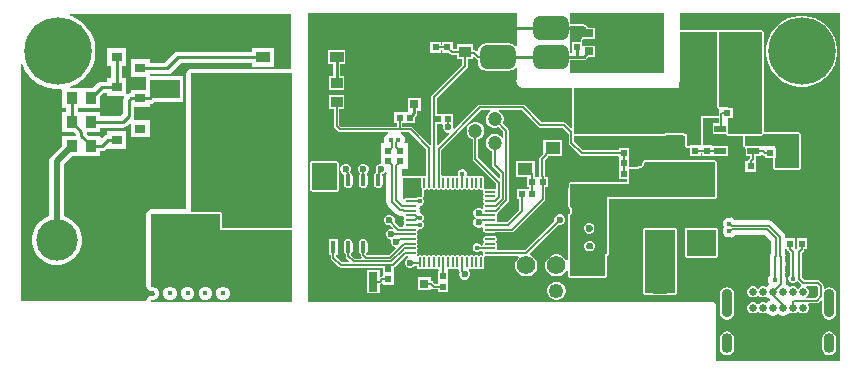
<source format=gtl>
G04*
G04 #@! TF.GenerationSoftware,Altium Limited,Altium Designer,25.8.1 (18)*
G04*
G04 Layer_Physical_Order=1*
G04 Layer_Color=255*
%FSLAX44Y44*%
%MOMM*%
G71*
G04*
G04 #@! TF.SameCoordinates,CB7AE753-39BB-4508-A2AF-D9C63A25AC19*
G04*
G04*
G04 #@! TF.FilePolarity,Positive*
G04*
G01*
G75*
%ADD10C,0.2500*%
%ADD12C,0.1500*%
%ADD13C,0.2000*%
%ADD17R,0.6153X0.5725*%
%ADD18R,1.0000X0.6000*%
%ADD19R,1.8000X5.7000*%
%ADD20R,0.5725X0.6153*%
%ADD21O,0.2000X0.9000*%
%ADD22R,0.8000X0.8000*%
%ADD23O,0.9000X0.2000*%
%ADD24R,1.3000X0.7000*%
G04:AMPARAMS|DCode=25|XSize=1.0611mm|YSize=0.418mm|CornerRadius=0.209mm|HoleSize=0mm|Usage=FLASHONLY|Rotation=90.000|XOffset=0mm|YOffset=0mm|HoleType=Round|Shape=RoundedRectangle|*
%AMROUNDEDRECTD25*
21,1,1.0611,0.0000,0,0,90.0*
21,1,0.6431,0.4180,0,0,90.0*
1,1,0.4180,0.0000,0.3215*
1,1,0.4180,0.0000,-0.3215*
1,1,0.4180,0.0000,-0.3215*
1,1,0.4180,0.0000,0.3215*
%
%ADD25ROUNDEDRECTD25*%
%ADD26R,1.5062X0.7562*%
%ADD27R,3.1000X3.1000*%
%ADD28R,1.3000X1.0500*%
G04:AMPARAMS|DCode=29|XSize=3mm|YSize=2mm|CornerRadius=0.5mm|HoleSize=0mm|Usage=FLASHONLY|Rotation=270.000|XOffset=0mm|YOffset=0mm|HoleType=Round|Shape=RoundedRectangle|*
%AMROUNDEDRECTD29*
21,1,3.0000,1.0000,0,0,270.0*
21,1,2.0000,2.0000,0,0,270.0*
1,1,1.0000,-0.5000,-1.0000*
1,1,1.0000,-0.5000,1.0000*
1,1,1.0000,0.5000,1.0000*
1,1,1.0000,0.5000,-1.0000*
%
%ADD29ROUNDEDRECTD29*%
G04:AMPARAMS|DCode=30|XSize=3mm|YSize=2mm|CornerRadius=0.5mm|HoleSize=0mm|Usage=FLASHONLY|Rotation=180.000|XOffset=0mm|YOffset=0mm|HoleType=Round|Shape=RoundedRectangle|*
%AMROUNDEDRECTD30*
21,1,3.0000,1.0000,0,0,180.0*
21,1,2.0000,2.0000,0,0,180.0*
1,1,1.0000,-1.0000,0.5000*
1,1,1.0000,1.0000,0.5000*
1,1,1.0000,1.0000,-0.5000*
1,1,1.0000,-1.0000,-0.5000*
%
%ADD30ROUNDEDRECTD30*%
%ADD31R,1.0000X0.9500*%
%ADD32R,1.1500X0.9000*%
%ADD33R,0.8000X1.7000*%
%ADD34R,0.7000X0.6500*%
%ADD35R,1.5200X1.3000*%
%ADD36C,1.2000*%
%ADD37R,0.4180X1.0611*%
%ADD38R,0.9000X0.8000*%
G04:AMPARAMS|DCode=39|XSize=0.565mm|YSize=0.2mm|CornerRadius=0.05mm|HoleSize=0mm|Usage=FLASHONLY|Rotation=270.000|XOffset=0mm|YOffset=0mm|HoleType=Round|Shape=RoundedRectangle|*
%AMROUNDEDRECTD39*
21,1,0.5650,0.1000,0,0,270.0*
21,1,0.4650,0.2000,0,0,270.0*
1,1,0.1000,-0.0500,-0.2325*
1,1,0.1000,-0.0500,0.2325*
1,1,0.1000,0.0500,0.2325*
1,1,0.1000,0.0500,-0.2325*
%
%ADD39ROUNDEDRECTD39*%
%ADD40R,0.9500X1.0000*%
%ADD41R,2.5000X1.5000*%
%ADD42R,7.0000X7.0000*%
%ADD43R,3.8100X4.2418*%
G04:AMPARAMS|DCode=50|XSize=0.565mm|YSize=0.4mm|CornerRadius=0.05mm|HoleSize=0mm|Usage=FLASHONLY|Rotation=270.000|XOffset=0mm|YOffset=0mm|HoleType=Round|Shape=RoundedRectangle|*
%AMROUNDEDRECTD50*
21,1,0.5650,0.3000,0,0,270.0*
21,1,0.4650,0.4000,0,0,270.0*
1,1,0.1000,-0.1500,-0.2325*
1,1,0.1000,-0.1500,0.2325*
1,1,0.1000,0.1500,0.2325*
1,1,0.1000,0.1500,-0.2325*
%
%ADD50ROUNDEDRECTD50*%
%ADD55R,4.3500X3.4500*%
%ADD58C,0.6500*%
%ADD59R,1.5700X1.5700*%
%ADD60C,1.5700*%
%ADD63C,1.2500*%
G04:AMPARAMS|DCode=66|XSize=0.9mm|YSize=1.7mm|CornerRadius=0.45mm|HoleSize=0mm|Usage=FLASHONLY|Rotation=0.000|XOffset=0mm|YOffset=0mm|HoleType=Round|Shape=RoundedRectangle|*
%AMROUNDEDRECTD66*
21,1,0.9000,0.8000,0,0,0.0*
21,1,0.0000,1.7000,0,0,0.0*
1,1,0.9000,0.0000,-0.4000*
1,1,0.9000,0.0000,-0.4000*
1,1,0.9000,0.0000,0.4000*
1,1,0.9000,0.0000,0.4000*
%
%ADD66ROUNDEDRECTD66*%
G04:AMPARAMS|DCode=67|XSize=0.9mm|YSize=2.4mm|CornerRadius=0.45mm|HoleSize=0mm|Usage=FLASHONLY|Rotation=0.000|XOffset=0mm|YOffset=0mm|HoleType=Round|Shape=RoundedRectangle|*
%AMROUNDEDRECTD67*
21,1,0.9000,1.5000,0,0,0.0*
21,1,0.0000,2.4000,0,0,0.0*
1,1,0.9000,0.0000,-0.7500*
1,1,0.9000,0.0000,-0.7500*
1,1,0.9000,0.0000,0.7500*
1,1,0.9000,0.0000,0.7500*
%
%ADD67ROUNDEDRECTD67*%
%ADD68C,0.4500*%
%ADD69C,0.1984*%
%ADD70C,0.5000*%
%ADD71C,3.5000*%
%ADD72C,4.7000*%
%ADD73C,5.7000*%
%ADD74C,0.6000*%
%ADD75C,0.4500*%
G36*
X130689Y236061D02*
X131198Y235721D01*
X133067Y233852D01*
X134215Y233376D01*
X138376D01*
Y227124D01*
X130000D01*
X129853Y227063D01*
X129698Y227095D01*
X129296Y226832D01*
X128852Y226648D01*
X128791Y226501D01*
X128658Y226414D01*
X128021Y225478D01*
X127923Y225008D01*
X127739Y224564D01*
Y222791D01*
X120638D01*
Y214407D01*
X119451Y213605D01*
X119056Y213771D01*
Y215000D01*
X118833Y216697D01*
X118750Y216896D01*
Y235976D01*
X119056Y236180D01*
X130090D01*
X130689Y236061D01*
D02*
G37*
G36*
X347451Y-47451D02*
X242549D01*
Y0D01*
X242355Y975D01*
X241802Y1802D01*
X240975Y2355D01*
X240000Y2549D01*
X-103444D01*
Y247451D01*
X73750D01*
Y219503D01*
X72550Y219096D01*
X72136Y219636D01*
X70778Y220678D01*
X69197Y221333D01*
X67500Y221556D01*
X47500D01*
X45803Y221333D01*
X44222Y220678D01*
X42864Y219636D01*
X41822Y218278D01*
X41167Y216697D01*
X40982Y215288D01*
X40266Y214903D01*
X39744Y214829D01*
X39201Y215372D01*
X38456Y215869D01*
X37578Y216044D01*
X36500D01*
Y220750D01*
X23500D01*
Y216794D01*
X19450D01*
X19362Y216882D01*
Y222791D01*
X10638D01*
Y220508D01*
X9362D01*
Y222791D01*
X638D01*
Y213638D01*
X9362D01*
Y215920D01*
X10638D01*
Y213638D01*
X16118D01*
X16878Y212878D01*
X16878Y212878D01*
X17622Y212381D01*
X18500Y212206D01*
X18500Y212206D01*
X23500D01*
Y208250D01*
X27706D01*
Y203450D01*
X1878Y177622D01*
X1381Y176878D01*
X1206Y176000D01*
Y136235D01*
X6Y135738D01*
X-14628Y150372D01*
X-15372Y150869D01*
X-16250Y151044D01*
X-23242D01*
Y154388D01*
X-12388D01*
Y159361D01*
X-11267Y160482D01*
X-10660Y161391D01*
X-10446Y162464D01*
Y164500D01*
X-7750D01*
Y175500D01*
X-18750D01*
Y164500D01*
X-18095D01*
X-17464Y163300D01*
X-17593Y163112D01*
X-30112D01*
Y154388D01*
X-27830D01*
Y151044D01*
X-75300D01*
X-76456Y152200D01*
Y165750D01*
X-72250D01*
Y178250D01*
X-85250D01*
Y165750D01*
X-81044D01*
Y151250D01*
X-80870Y150372D01*
X-80372Y149628D01*
X-77872Y147128D01*
X-77128Y146631D01*
X-76250Y146456D01*
X-35575D01*
X-35336Y145256D01*
X-36257Y144875D01*
X-37875Y143257D01*
X-38750Y141144D01*
Y138856D01*
X-38441Y138110D01*
X-39108Y137112D01*
X-41362D01*
Y123959D01*
Y119500D01*
X-42145D01*
X-43799Y118815D01*
X-45065Y117549D01*
X-45750Y115895D01*
Y114105D01*
X-45129Y112607D01*
X-45231Y112099D01*
X-46038Y111559D01*
X-46832Y110371D01*
X-47110Y108971D01*
Y102540D01*
X-46832Y101139D01*
X-46038Y99952D01*
X-44851Y99158D01*
X-43450Y98880D01*
X-42049Y99158D01*
X-40862Y99952D01*
X-40068Y101139D01*
X-39790Y102540D01*
Y108971D01*
X-40068Y110371D01*
X-39983Y110654D01*
X-38701Y111185D01*
X-37477Y112409D01*
X-37385Y112409D01*
X-36360Y111872D01*
X-36583Y110753D01*
Y87303D01*
X-36234Y85550D01*
X-35241Y84064D01*
X-28312Y77135D01*
X-26827Y76142D01*
X-25074Y75794D01*
X-23163D01*
X-23129Y75771D01*
X-22217Y75590D01*
X-22105Y75025D01*
X-22036Y74922D01*
X-21638Y74000D01*
X-22036Y73078D01*
X-22105Y72975D01*
X-22299Y72000D01*
X-22105Y71024D01*
X-21552Y70198D01*
Y69802D01*
X-22105Y68975D01*
X-22299Y68000D01*
X-22198Y67494D01*
X-22950Y66294D01*
X-25550D01*
X-29929Y70673D01*
X-29750Y71105D01*
Y72895D01*
X-30435Y74549D01*
X-31701Y75815D01*
X-33355Y76500D01*
X-35145D01*
X-36799Y75815D01*
X-38065Y74549D01*
X-38750Y72895D01*
Y71105D01*
X-38065Y69451D01*
X-36799Y68185D01*
X-35145Y67500D01*
X-33355D01*
X-33277Y67532D01*
X-31353Y65609D01*
X-31377Y65505D01*
X-31941Y64500D01*
X-33395D01*
X-35049Y63815D01*
X-36315Y62549D01*
X-37000Y60895D01*
Y59105D01*
X-36315Y57451D01*
X-35049Y56185D01*
X-33731Y55639D01*
X-32840Y54655D01*
Y52864D01*
X-32155Y51211D01*
X-30889Y49945D01*
X-29374Y49317D01*
X-28843Y48151D01*
X-34700Y42294D01*
X-52765D01*
X-53589Y43167D01*
X-53562Y43441D01*
X-52768Y44629D01*
X-52490Y46029D01*
Y52460D01*
X-52768Y53861D01*
X-53562Y55048D01*
X-54749Y55842D01*
X-56150Y56120D01*
X-57551Y55842D01*
X-58738Y55048D01*
X-59532Y53861D01*
X-59810Y52460D01*
Y46029D01*
X-59532Y44629D01*
X-58738Y43441D01*
X-58444Y43245D01*
Y42400D01*
X-58269Y41522D01*
X-57772Y40778D01*
X-57397Y40403D01*
X-57856Y39294D01*
X-63550D01*
X-66401Y42145D01*
X-66320Y43402D01*
X-66262Y43441D01*
X-65468Y44629D01*
X-65190Y46029D01*
Y52460D01*
X-65468Y53861D01*
X-66262Y55048D01*
X-67449Y55842D01*
X-68850Y56120D01*
X-70251Y55842D01*
X-71438Y55048D01*
X-72232Y53861D01*
X-72510Y52460D01*
Y46029D01*
X-72232Y44629D01*
X-71438Y43441D01*
X-71144Y43245D01*
Y41350D01*
X-70969Y40472D01*
X-70472Y39728D01*
X-68147Y37403D01*
X-68606Y36294D01*
X-74300D01*
X-79245Y41239D01*
X-79230Y42439D01*
X-77960D01*
Y56050D01*
X-85140D01*
Y42439D01*
X-83844D01*
Y40300D01*
X-83669Y39422D01*
X-83172Y38678D01*
X-76872Y32378D01*
X-76128Y31881D01*
X-75250Y31706D01*
X-39362D01*
Y24258D01*
X-40536D01*
X-41300Y24106D01*
X-41497Y24139D01*
X-42500Y24801D01*
Y30000D01*
X-53500D01*
Y10000D01*
X-42500D01*
Y17706D01*
X-41622Y17881D01*
X-40878Y18378D01*
X-40562Y18693D01*
X-39362Y18196D01*
Y17388D01*
X-30638D01*
Y25959D01*
Y31778D01*
X-30122Y31881D01*
X-29378Y32378D01*
X-20213Y41543D01*
X-19750Y41451D01*
X-18235D01*
X-17996Y40251D01*
X-19049Y39815D01*
X-20315Y38549D01*
X-21000Y36895D01*
Y35105D01*
X-20315Y33451D01*
X-19049Y32185D01*
X-17395Y31500D01*
X-15605D01*
X-13951Y32185D01*
X-12685Y33451D01*
X-12685Y33451D01*
X-11049D01*
Y32750D01*
X-10855Y31775D01*
X-10302Y30948D01*
X-9475Y30395D01*
X-8500Y30201D01*
X-7524Y30395D01*
X-7422Y30464D01*
X-6500Y30862D01*
X-5578Y30464D01*
X-5475Y30395D01*
X-4500Y30201D01*
X-3525Y30395D01*
X-3422Y30464D01*
X-2500Y30862D01*
X-1578Y30464D01*
X-1475Y30395D01*
X-500Y30201D01*
X476Y30395D01*
X578Y30464D01*
X1500Y30862D01*
X2422Y30464D01*
X2525Y30395D01*
X3500Y30201D01*
X4475Y30395D01*
X4578Y30464D01*
X5500Y30862D01*
X6422Y30464D01*
X6525Y30395D01*
X7196Y30261D01*
X7917Y29448D01*
X8111Y29099D01*
X8043Y28862D01*
X6888D01*
Y18008D01*
X4736D01*
X3122Y19622D01*
X2378Y20119D01*
X1500Y20294D01*
X1000D01*
Y23500D01*
X-10000D01*
Y12500D01*
X1000D01*
Y13688D01*
X1674Y13967D01*
X2200Y14068D01*
X2908Y13595D01*
X3786Y13420D01*
X3786Y13420D01*
X6888D01*
Y11138D01*
X15612D01*
Y19709D01*
Y28862D01*
X14957D01*
X14889Y29099D01*
X15083Y29448D01*
X15804Y30261D01*
X16475Y30395D01*
X16578Y30464D01*
X17500Y30862D01*
X18422Y30464D01*
X18525Y30395D01*
X19500Y30201D01*
X20475Y30395D01*
X20578Y30464D01*
X21500Y30862D01*
X22422Y30464D01*
X22525Y30395D01*
X23500Y30201D01*
X23751Y30251D01*
X24951Y29379D01*
Y29082D01*
X25145Y28107D01*
X25365Y27777D01*
X25000Y26895D01*
Y25105D01*
X25685Y23451D01*
X26951Y22185D01*
X28605Y21500D01*
X30395D01*
X32049Y22185D01*
X33315Y23451D01*
X34000Y25105D01*
Y26895D01*
X33315Y28549D01*
X32918Y28946D01*
X33104Y30222D01*
X33981Y30654D01*
X34422Y30464D01*
X34525Y30395D01*
X35500Y30201D01*
X36476Y30395D01*
X36578Y30464D01*
X37500Y30862D01*
X38422Y30464D01*
X38525Y30395D01*
X39500Y30201D01*
X40476Y30395D01*
X40578Y30464D01*
X41500Y30862D01*
X42422Y30464D01*
X42525Y30395D01*
X43500Y30201D01*
X44475Y30395D01*
X45302Y30948D01*
X45855Y31775D01*
X46049Y32750D01*
Y39750D01*
X45855Y40725D01*
X45745Y40890D01*
X46610Y41755D01*
X46775Y41645D01*
X47750Y41451D01*
X54750D01*
X55725Y41645D01*
X55817Y41706D01*
X74986D01*
X75483Y40506D01*
X74418Y39441D01*
X73187Y37309D01*
X72550Y34931D01*
Y32469D01*
X73187Y30091D01*
X74418Y27959D01*
X76159Y26218D01*
X78291Y24987D01*
X80669Y24350D01*
X83131D01*
X85509Y24987D01*
X87641Y26218D01*
X89382Y27959D01*
X90613Y30091D01*
X91250Y32469D01*
Y34931D01*
X90613Y37309D01*
X89382Y39441D01*
X87641Y41182D01*
X85509Y42413D01*
X84813Y42599D01*
X84503Y43758D01*
X108850Y68106D01*
X109105Y68000D01*
X110895D01*
X112549Y68685D01*
X113815Y69951D01*
X114500Y71605D01*
Y73395D01*
X113815Y75049D01*
X112549Y76315D01*
X110895Y77000D01*
X109105D01*
X107451Y76315D01*
X106185Y75049D01*
X105500Y73395D01*
Y71605D01*
X105606Y71350D01*
X80550Y46294D01*
X57950D01*
X57198Y47494D01*
X57299Y48000D01*
X57105Y48975D01*
X57036Y49078D01*
X56638Y50000D01*
X57036Y50922D01*
X57105Y51025D01*
X57299Y52000D01*
X57105Y52975D01*
X56552Y53802D01*
Y54198D01*
X57105Y55025D01*
X57299Y56000D01*
X57105Y56975D01*
X56552Y57802D01*
X55725Y58355D01*
X54750Y58549D01*
X47750D01*
X46775Y58355D01*
X45948Y57802D01*
X45395Y56975D01*
X45201Y56000D01*
X45395Y55025D01*
X45948Y54198D01*
Y53802D01*
X45395Y52975D01*
X45201Y52000D01*
X45302Y51494D01*
X44550Y50294D01*
X43419D01*
X43179Y50874D01*
X42124Y51929D01*
X40746Y52500D01*
X39254D01*
X37876Y51929D01*
X36821Y50874D01*
X36250Y49496D01*
Y48004D01*
X36821Y46626D01*
X37876Y45571D01*
X39254Y45000D01*
X40746D01*
X42124Y45571D01*
X42259Y45706D01*
X44550D01*
X45302Y44506D01*
X45201Y44000D01*
X45395Y43025D01*
X45505Y42860D01*
X44640Y41995D01*
X44475Y42105D01*
X43500Y42299D01*
X42525Y42105D01*
X42422Y42036D01*
X41500Y41638D01*
X40578Y42036D01*
X40476Y42105D01*
X39500Y42299D01*
X38525Y42105D01*
X38422Y42036D01*
X37500Y41638D01*
X36578Y42036D01*
X36476Y42105D01*
X35500Y42299D01*
X34525Y42105D01*
X34422Y42036D01*
X33500Y41638D01*
X32578Y42036D01*
X32475Y42105D01*
X31500Y42299D01*
X30525Y42105D01*
X30422Y42036D01*
X29500Y41638D01*
X28578Y42036D01*
X28475Y42105D01*
X27500Y42299D01*
X26525Y42105D01*
X26422Y42036D01*
X25500Y41638D01*
X24578Y42036D01*
X24476Y42105D01*
X23500Y42299D01*
X22525Y42105D01*
X22422Y42036D01*
X21500Y41638D01*
X20578Y42036D01*
X20475Y42105D01*
X19500Y42299D01*
X18525Y42105D01*
X18422Y42036D01*
X17500Y41638D01*
X16578Y42036D01*
X16475Y42105D01*
X15500Y42299D01*
X14525Y42105D01*
X14422Y42036D01*
X13500Y41638D01*
X12578Y42036D01*
X12476Y42105D01*
X11500Y42299D01*
X10525Y42105D01*
X10422Y42036D01*
X9500Y41638D01*
X8578Y42036D01*
X8475Y42105D01*
X7500Y42299D01*
X6525Y42105D01*
X6422Y42036D01*
X5500Y41638D01*
X4578Y42036D01*
X4475Y42105D01*
X3500Y42299D01*
X2525Y42105D01*
X2422Y42036D01*
X1500Y41638D01*
X578Y42036D01*
X476Y42105D01*
X-500Y42299D01*
X-1475Y42105D01*
X-1578Y42036D01*
X-2500Y41638D01*
X-3422Y42036D01*
X-3525Y42105D01*
X-4500Y42299D01*
X-5475Y42105D01*
X-5578Y42036D01*
X-6500Y41638D01*
X-7422Y42036D01*
X-7524Y42105D01*
X-8500Y42299D01*
X-9475Y42105D01*
X-9640Y41995D01*
X-10505Y42860D01*
X-10395Y43025D01*
X-10201Y44000D01*
X-10395Y44975D01*
X-10948Y45802D01*
Y46198D01*
X-10395Y47024D01*
X-10201Y48000D01*
X-10395Y48975D01*
X-10464Y49078D01*
X-10862Y50000D01*
X-10464Y50922D01*
X-10395Y51025D01*
X-10201Y52000D01*
X-10395Y52975D01*
X-10948Y53802D01*
Y54198D01*
X-10395Y55025D01*
X-10201Y56000D01*
X-10395Y56975D01*
X-10948Y57802D01*
Y58198D01*
X-10395Y59025D01*
X-10201Y60000D01*
X-10395Y60975D01*
X-10464Y61078D01*
X-10862Y62000D01*
X-10464Y62922D01*
X-10395Y63025D01*
X-10321Y63397D01*
X-9326Y64186D01*
X-9027Y64250D01*
X-7754D01*
X-6376Y64821D01*
X-5321Y65876D01*
X-4750Y67254D01*
Y68746D01*
X-5321Y70124D01*
X-6197Y71000D01*
X-5321Y71876D01*
X-4750Y73254D01*
Y74746D01*
X-5321Y76124D01*
X-6376Y77179D01*
X-7500Y77645D01*
X-7788Y77815D01*
X-8371Y78950D01*
X-8162Y80000D01*
X-8511Y81756D01*
X-8674Y82000D01*
X-8511Y82244D01*
X-8162Y84000D01*
X-7957Y84250D01*
X-7754D01*
X-6376Y84821D01*
X-5321Y85876D01*
X-4750Y87254D01*
Y88746D01*
X-5265Y89990D01*
X-5352Y91163D01*
X-5171Y91600D01*
X-4908Y91994D01*
X-4940Y92157D01*
X-4876Y92310D01*
Y97392D01*
X-4500Y97701D01*
X-3525Y97895D01*
X-3422Y97963D01*
X-2500Y98362D01*
X-1578Y97963D01*
X-1475Y97895D01*
X-500Y97701D01*
X476Y97895D01*
X578Y97963D01*
X1500Y98362D01*
X2422Y97963D01*
X2525Y97895D01*
X3500Y97701D01*
X4475Y97895D01*
X4578Y97963D01*
X5500Y98362D01*
X6422Y97963D01*
X6525Y97895D01*
X7500Y97701D01*
X8475Y97895D01*
X8578Y97963D01*
X9500Y98362D01*
X10422Y97963D01*
X10525Y97895D01*
X11500Y97701D01*
X12476Y97895D01*
X12578Y97963D01*
X13500Y98362D01*
X14422Y97963D01*
X14525Y97895D01*
X15500Y97701D01*
X16475Y97895D01*
X16578Y97963D01*
X17500Y98362D01*
X18422Y97963D01*
X18525Y97895D01*
X19500Y97701D01*
X20475Y97895D01*
X20578Y97963D01*
X21500Y98362D01*
X22422Y97963D01*
X22525Y97895D01*
X23500Y97701D01*
X24476Y97895D01*
X24578Y97963D01*
X25500Y98362D01*
X26422Y97963D01*
X26525Y97895D01*
X27500Y97701D01*
X28475Y97895D01*
X28578Y97963D01*
X29500Y98362D01*
X30422Y97963D01*
X30525Y97895D01*
X31500Y97701D01*
X32475Y97895D01*
X32578Y97963D01*
X33500Y98362D01*
X34422Y97963D01*
X34525Y97895D01*
X35500Y97701D01*
X36476Y97895D01*
X36578Y97963D01*
X37500Y98362D01*
X38422Y97963D01*
X38525Y97895D01*
X39500Y97701D01*
X40476Y97895D01*
X40578Y97963D01*
X41500Y98362D01*
X42422Y97963D01*
X42525Y97895D01*
X43500Y97701D01*
X44475Y97895D01*
X44640Y98005D01*
X45505Y97140D01*
X45395Y96975D01*
X45201Y96000D01*
X45395Y95024D01*
X45948Y94198D01*
Y93802D01*
X45395Y92975D01*
X45201Y92000D01*
X45395Y91025D01*
X45948Y90198D01*
Y89802D01*
X45395Y88975D01*
X45201Y88000D01*
X45395Y87025D01*
X45464Y86922D01*
X45862Y86000D01*
X45464Y85078D01*
X45395Y84975D01*
X45201Y84000D01*
X45395Y83025D01*
X45510Y82852D01*
X45246Y82273D01*
X44049Y81815D01*
X42395Y82500D01*
X40605D01*
X38951Y81815D01*
X37685Y80549D01*
X37000Y78895D01*
Y77105D01*
X37685Y75451D01*
X38352Y74784D01*
X38837Y74000D01*
X38352Y73216D01*
X37685Y72549D01*
X37000Y70895D01*
Y69105D01*
X37685Y67451D01*
X38951Y66185D01*
X40605Y65500D01*
X42395D01*
X44049Y66185D01*
X45246Y65727D01*
X45510Y65148D01*
X45395Y64975D01*
X45201Y64000D01*
X45395Y63025D01*
X45948Y62198D01*
X46775Y61645D01*
X47750Y61451D01*
X54750D01*
X55725Y61645D01*
X55817Y61706D01*
X70000D01*
X70878Y61881D01*
X71622Y62378D01*
X97336Y88092D01*
X97337Y88092D01*
X97834Y88836D01*
X98008Y89714D01*
Y99638D01*
X100291D01*
Y108362D01*
X97993D01*
X97834Y109164D01*
X97337Y109908D01*
X97294Y109950D01*
Y122800D01*
X99872Y125378D01*
X99872Y125378D01*
X100288Y126000D01*
X112000D01*
Y139500D01*
X96000D01*
Y128471D01*
X95956Y128250D01*
Y127950D01*
X93378Y125372D01*
X92881Y124628D01*
X92706Y123750D01*
Y109000D01*
X92183Y108362D01*
X89223D01*
X89080Y109464D01*
X89044Y109644D01*
Y110750D01*
X89000Y110971D01*
Y122000D01*
X73000D01*
Y108500D01*
X81066D01*
X82209Y108362D01*
Y99638D01*
X84492D01*
Y98362D01*
X73638D01*
Y89638D01*
X75920D01*
Y80665D01*
X65550Y70294D01*
X57950D01*
X57198Y71494D01*
X57299Y72000D01*
X57105Y72975D01*
X57036Y73078D01*
X56638Y74000D01*
X57036Y74922D01*
X57105Y75025D01*
X57299Y76000D01*
X57142Y76789D01*
X57111Y76992D01*
X57595Y78402D01*
X57703Y78474D01*
X64614Y85385D01*
X64615Y85385D01*
X66372Y87143D01*
X66869Y87887D01*
X67044Y88765D01*
Y147750D01*
X67044Y147750D01*
X66869Y148628D01*
X66372Y149372D01*
X66372Y149372D01*
X61678Y154066D01*
X61989Y154605D01*
X62500Y156513D01*
Y158487D01*
X61989Y160395D01*
X61002Y162105D01*
X59605Y163501D01*
X58731Y164006D01*
X59053Y165206D01*
X77800D01*
X92128Y150878D01*
X92872Y150381D01*
X93750Y150206D01*
X112800D01*
X117706Y145300D01*
Y137500D01*
X117880Y136622D01*
X118378Y135878D01*
X127128Y127128D01*
X127128Y127128D01*
X127872Y126631D01*
X128750Y126456D01*
X128750Y126456D01*
X159039D01*
X159888Y125607D01*
X159888Y124388D01*
X159888D01*
Y124362D01*
X159888D01*
Y116812D01*
X159888Y115638D01*
X159888D01*
X159888Y115612D01*
X159888D01*
Y106888D01*
X167126D01*
Y104124D01*
X118823D01*
X117675Y103648D01*
X117200Y102500D01*
Y101410D01*
X117158Y101197D01*
X117190Y101034D01*
X117126Y100881D01*
Y83835D01*
X117250Y83537D01*
X117250Y83214D01*
X117478Y82986D01*
X117602Y82687D01*
X117651Y82667D01*
X118688Y81629D01*
X119126Y80572D01*
Y79428D01*
X118688Y78371D01*
X117651Y77333D01*
X117602Y77313D01*
X117478Y77014D01*
X117250Y76786D01*
X117250Y76463D01*
X117126Y76165D01*
Y38259D01*
X116932Y38116D01*
X115355Y38449D01*
X114782Y39441D01*
X113041Y41182D01*
X110909Y42413D01*
X108531Y43050D01*
X106069D01*
X103691Y42413D01*
X101559Y41182D01*
X99818Y39441D01*
X98587Y37309D01*
X97950Y34931D01*
Y32469D01*
X98587Y30091D01*
X99818Y27959D01*
X101559Y26218D01*
X103691Y24987D01*
X106069Y24350D01*
X108531D01*
X110909Y24987D01*
X113041Y26218D01*
X114782Y27959D01*
X115355Y28951D01*
X116932Y29284D01*
X117126Y29141D01*
Y25000D01*
X117602Y23852D01*
X118750Y23376D01*
X148750D01*
X149898Y23852D01*
X150374Y25000D01*
Y41581D01*
X151148Y41902D01*
X151624Y43050D01*
Y89626D01*
X241250D01*
X242398Y90102D01*
X242874Y91250D01*
Y121250D01*
X242398Y122398D01*
X241250Y122874D01*
X182122D01*
X181969Y122810D01*
X181806Y122842D01*
X181412Y122579D01*
X180974Y122398D01*
X180911Y122244D01*
X180772Y122152D01*
X180436Y121648D01*
X180343Y121183D01*
X180162Y120746D01*
Y119577D01*
X179838Y118795D01*
X179240Y118197D01*
X178459Y117874D01*
X177612D01*
X176464Y117398D01*
X176408Y117261D01*
X170231D01*
X170214Y117254D01*
X170196Y117261D01*
X169899Y117255D01*
X169041Y118094D01*
Y123188D01*
X169041Y124362D01*
X169041D01*
Y124388D01*
X169041D01*
Y133112D01*
X159888D01*
Y131044D01*
X129700D01*
X122294Y138450D01*
Y143239D01*
X122500Y143376D01*
X199500D01*
X200648Y143852D01*
X200658Y143876D01*
X214342D01*
X214352Y143852D01*
X215500Y143376D01*
X215876D01*
Y135000D01*
X216352Y133852D01*
X217500Y133376D01*
X220638D01*
Y126138D01*
X229362D01*
Y128420D01*
X230638D01*
Y126138D01*
X239362D01*
X239500Y126000D01*
Y126000D01*
X252500D01*
Y135000D01*
X239500D01*
X239362Y135291D01*
X232563D01*
X232481Y135327D01*
X231624Y136227D01*
Y145638D01*
X231332Y146341D01*
Y153660D01*
X231624Y154362D01*
Y158376D01*
X244670D01*
Y154000D01*
X239500D01*
Y145000D01*
X250876D01*
Y145000D01*
X251352Y143852D01*
X252500Y143376D01*
X265251D01*
Y135941D01*
X265432Y135506D01*
X265522Y135043D01*
X266147Y134102D01*
X266287Y134008D01*
X266352Y133852D01*
X266788Y133672D01*
X267179Y133408D01*
X267500Y132249D01*
Y126000D01*
X271343D01*
X271556Y124800D01*
X270163Y123408D01*
X269666Y122663D01*
X269507Y121862D01*
X267209D01*
Y113138D01*
X276362D01*
Y121862D01*
X276362D01*
X276080Y123062D01*
X276119Y123122D01*
X276294Y124000D01*
Y126000D01*
X280500D01*
Y127059D01*
X281700Y127556D01*
X282128Y127128D01*
X282872Y126631D01*
X283638Y126478D01*
Y124388D01*
X290876D01*
Y116250D01*
X291352Y115102D01*
X292500Y114626D01*
X312500D01*
X313648Y115102D01*
X314124Y116250D01*
Y145000D01*
X313648Y146148D01*
X312500Y146624D01*
X304031D01*
Y146781D01*
X285969D01*
Y146624D01*
X282874D01*
Y231250D01*
X282398Y232398D01*
X281250Y232874D01*
X245000D01*
X244188Y232537D01*
X243376Y232874D01*
X211556D01*
Y247451D01*
X347451D01*
X347451Y-47451D01*
D02*
G37*
G36*
X-117605Y199819D02*
X-202500D01*
X-203866Y199547D01*
X-205023Y198773D01*
X-205797Y197616D01*
X-206069Y196250D01*
Y81069D01*
X-236250D01*
X-237616Y80797D01*
X-238773Y80023D01*
X-239547Y78866D01*
X-239819Y77500D01*
Y15821D01*
X-239750Y15476D01*
X-239750Y15125D01*
X-239615Y14800D01*
X-239547Y14455D01*
X-239352Y14163D01*
X-239217Y13839D01*
X-238969Y13590D01*
X-238773Y13298D01*
X-238481Y13102D01*
X-238233Y12854D01*
X-238127Y12783D01*
X-237802Y12648D01*
X-237509Y12453D01*
X-237165Y12385D01*
X-236840Y12250D01*
X-236489Y12250D01*
X-236144Y12181D01*
X-234566D01*
X-233764Y11849D01*
X-233151Y11236D01*
X-232819Y10434D01*
Y9566D01*
X-233151Y8764D01*
X-233764Y8151D01*
X-234566Y7819D01*
X-236144D01*
X-236489Y7750D01*
X-236840Y7750D01*
X-237165Y7616D01*
X-237509Y7547D01*
X-237802Y7352D01*
X-238127Y7217D01*
X-238233Y7146D01*
X-238481Y6898D01*
X-238773Y6702D01*
X-238969Y6410D01*
X-239217Y6161D01*
X-239352Y5837D01*
X-239547Y5545D01*
X-239615Y5200D01*
X-239750Y4875D01*
Y4781D01*
X-240440Y3609D01*
X-346391D01*
Y204173D01*
X-345191Y204363D01*
X-344656Y202716D01*
X-342369Y198228D01*
X-339408Y194153D01*
X-335847Y190592D01*
X-331772Y187631D01*
X-327284Y185344D01*
X-322493Y183788D01*
X-317519Y183000D01*
X-312481D01*
X-312162Y183050D01*
X-311250Y182271D01*
Y166500D01*
X-307843D01*
Y163500D01*
X-311250D01*
Y146500D01*
X-301599D01*
X-299843Y144744D01*
Y143500D01*
X-311250D01*
Y135152D01*
X-320126Y126276D01*
X-321452Y124291D01*
X-321917Y121950D01*
Y75195D01*
X-321926Y75193D01*
X-325747Y73610D01*
X-329187Y71312D01*
X-332112Y68387D01*
X-334410Y64947D01*
X-335993Y61125D01*
X-336800Y57068D01*
Y52932D01*
X-335993Y48875D01*
X-334410Y45053D01*
X-332112Y41613D01*
X-329187Y38688D01*
X-325747Y36390D01*
X-321926Y34807D01*
X-317868Y34000D01*
X-313732D01*
X-309674Y34807D01*
X-305853Y36390D01*
X-302413Y38688D01*
X-299488Y41613D01*
X-297190Y45053D01*
X-295607Y48875D01*
X-294800Y52932D01*
Y57068D01*
X-295607Y61125D01*
X-297190Y64947D01*
X-299488Y68387D01*
X-302413Y71312D01*
X-305853Y73610D01*
X-309674Y75193D01*
X-309683Y75195D01*
Y119416D01*
X-302598Y126500D01*
X-278750D01*
Y130157D01*
X-277500D01*
X-275647Y130526D01*
X-274076Y131575D01*
X-273859Y131792D01*
X-273000Y132500D01*
Y132500D01*
X-273000Y132500D01*
X-257000D01*
Y147500D01*
X-273000D01*
Y144744D01*
X-274353Y144474D01*
X-275925Y143425D01*
X-277641Y141708D01*
X-278750Y142167D01*
Y143500D01*
X-288401D01*
X-290157Y145256D01*
Y146500D01*
X-278750D01*
Y150157D01*
X-260000D01*
X-258147Y150526D01*
X-256576Y151575D01*
X-254109Y154042D01*
X-253000Y153583D01*
Y142000D01*
X-237000D01*
Y157000D01*
X-249909D01*
X-250531Y157988D01*
X-250515Y158200D01*
X-250157Y160000D01*
Y167500D01*
X-237000D01*
Y170200D01*
X-235361Y170526D01*
X-233790Y171576D01*
X-233365Y172000D01*
X-208500D01*
Y194000D01*
X-237000D01*
Y195657D01*
X-222000D01*
X-220147Y196026D01*
X-218575Y197076D01*
X-210694Y204957D01*
X-150500D01*
Y201800D01*
X-132000D01*
Y217800D01*
X-150500D01*
Y214643D01*
X-212700D01*
X-214553Y214274D01*
X-216125Y213225D01*
X-224006Y205343D01*
X-237000D01*
Y208000D01*
X-253000D01*
Y193000D01*
X-240500D01*
Y182500D01*
X-253000D01*
Y179744D01*
X-254353Y179474D01*
X-255800Y178508D01*
X-256633Y178718D01*
X-257000Y178870D01*
Y192000D01*
X-260157D01*
Y202500D01*
X-257000D01*
Y217500D01*
X-273000D01*
Y202500D01*
X-269843D01*
Y192000D01*
X-273000D01*
Y189343D01*
X-277750D01*
X-279603Y188974D01*
X-281175Y187925D01*
X-281175Y187924D01*
X-285599Y183500D01*
X-304510D01*
X-304700Y184700D01*
X-302716Y185344D01*
X-298228Y187631D01*
X-294153Y190592D01*
X-290592Y194153D01*
X-287631Y198228D01*
X-285344Y202716D01*
X-283788Y207507D01*
X-283000Y212481D01*
Y217519D01*
X-283788Y222493D01*
X-285344Y227284D01*
X-287631Y231772D01*
X-290592Y235847D01*
X-294153Y239408D01*
X-298228Y242369D01*
X-302716Y244656D01*
X-304363Y245191D01*
X-304173Y246391D01*
X-117605D01*
Y199819D01*
D02*
G37*
G36*
X198444Y196556D02*
X118750D01*
Y203104D01*
X118833Y203303D01*
X119056Y205000D01*
Y207196D01*
X130250D01*
X131323Y207410D01*
X132233Y208017D01*
X134215Y210000D01*
X140000D01*
Y219500D01*
X130000D01*
X129362Y220436D01*
Y224564D01*
X130000Y225500D01*
X140000D01*
Y235000D01*
X134215D01*
X132233Y236983D01*
X131323Y237590D01*
X130250Y237804D01*
X119056D01*
Y240000D01*
X118833Y241697D01*
X118750Y241896D01*
Y247451D01*
X198444D01*
Y196556D01*
D02*
G37*
G36*
X-273000Y177000D02*
X-258870D01*
X-258718Y176633D01*
X-258508Y175800D01*
X-259474Y174353D01*
X-259843Y172500D01*
Y162006D01*
X-262006Y159843D01*
X-278750D01*
Y163500D01*
X-298157D01*
Y166500D01*
X-278750D01*
Y176651D01*
X-275744Y179657D01*
X-273000D01*
Y177000D01*
D02*
G37*
G36*
X39628Y208378D02*
X40372Y207881D01*
X40944Y207767D01*
Y205000D01*
X41167Y203303D01*
X41822Y201722D01*
X42864Y200364D01*
X44222Y199322D01*
X45803Y198667D01*
X47500Y198444D01*
X67500D01*
X69197Y198667D01*
X70778Y199322D01*
X72136Y200364D01*
X72550Y200904D01*
X73750Y200496D01*
Y191896D01*
X73667Y191697D01*
X73444Y190000D01*
X73667Y188303D01*
X74322Y186722D01*
X75364Y185364D01*
X76722Y184322D01*
X78303Y183667D01*
X80000Y183444D01*
X120876D01*
Y150186D01*
X119768Y149726D01*
X115372Y154122D01*
X114628Y154619D01*
X113750Y154794D01*
X94700D01*
X80372Y169122D01*
X79628Y169619D01*
X78750Y169794D01*
X42500D01*
X41622Y169619D01*
X40878Y169122D01*
X21144Y149389D01*
X21041Y149412D01*
X20036Y149977D01*
Y151431D01*
X19826Y151938D01*
X20112Y153138D01*
X20112D01*
X20112Y153138D01*
Y161862D01*
X5794D01*
Y175050D01*
X31622Y200878D01*
X32119Y201622D01*
X32294Y202500D01*
Y208250D01*
X36500D01*
Y209809D01*
X37700Y210306D01*
X39628Y208378D01*
D02*
G37*
G36*
X281250Y145944D02*
X280389Y145124D01*
X267390D01*
Y145000D01*
X252500D01*
Y158138D01*
X256541D01*
Y166862D01*
X252500D01*
Y167500D01*
X245000D01*
Y231250D01*
X281250D01*
Y145944D01*
D02*
G37*
G36*
X51269Y164006D02*
X50395Y163501D01*
X48998Y162105D01*
X48011Y160395D01*
X47500Y158487D01*
Y156513D01*
X48011Y154605D01*
X48998Y152895D01*
X50395Y151498D01*
X52105Y150511D01*
X54013Y150000D01*
X55987D01*
X57895Y150511D01*
X58434Y150822D01*
X62456Y146800D01*
Y141986D01*
X61256Y141664D01*
X61002Y142105D01*
X59605Y143502D01*
X57895Y144489D01*
X55987Y145000D01*
X54013D01*
X52105Y144489D01*
X50395Y143502D01*
X48998Y142105D01*
X48011Y140395D01*
X47500Y138487D01*
Y136513D01*
X48011Y134605D01*
X48998Y132895D01*
X50395Y131498D01*
X52105Y130511D01*
X52706Y130350D01*
Y118750D01*
X52881Y117872D01*
X53378Y117128D01*
X59456Y111050D01*
Y107856D01*
X58347Y107397D01*
X41044Y124700D01*
Y140350D01*
X41645Y140511D01*
X43355Y141498D01*
X44752Y142895D01*
X45739Y144605D01*
X46250Y146513D01*
Y148487D01*
X45739Y150395D01*
X44752Y152105D01*
X43355Y153502D01*
X41645Y154489D01*
X39737Y155000D01*
X37763D01*
X35855Y154489D01*
X34145Y153502D01*
X32748Y152105D01*
X31761Y150395D01*
X31250Y148487D01*
Y146513D01*
X31761Y144605D01*
X32748Y142895D01*
X34145Y141498D01*
X35855Y140511D01*
X36456Y140350D01*
Y123750D01*
X36631Y122872D01*
X37128Y122128D01*
X56456Y102800D01*
Y99200D01*
X55256Y98448D01*
X54750Y98549D01*
X47750D01*
X46775Y98355D01*
X46610Y98245D01*
X45745Y99110D01*
X45855Y99275D01*
X46049Y100250D01*
Y107250D01*
X45855Y108225D01*
X45302Y109052D01*
X44475Y109605D01*
X43500Y109799D01*
X42525Y109605D01*
X42422Y109537D01*
X41500Y109138D01*
X40578Y109537D01*
X40476Y109605D01*
X39500Y109799D01*
X38525Y109605D01*
X38422Y109537D01*
X37500Y109138D01*
X36578Y109537D01*
X36476Y109605D01*
X35500Y109799D01*
X34525Y109605D01*
X34422Y109537D01*
X33500Y109138D01*
X32578Y109537D01*
X32475Y109605D01*
X32199Y109660D01*
X31373Y110394D01*
X31250Y110973D01*
Y111996D01*
X30679Y113374D01*
X29624Y114429D01*
X28246Y115000D01*
X26754D01*
X25376Y114429D01*
X24321Y113374D01*
X23750Y111996D01*
Y110973D01*
X23627Y110395D01*
X22801Y109660D01*
X22525Y109605D01*
X22422Y109537D01*
X21500Y109138D01*
X20578Y109537D01*
X20475Y109605D01*
X19500Y109799D01*
X18525Y109605D01*
X18422Y109537D01*
X17500Y109138D01*
X16578Y109537D01*
X16475Y109605D01*
X15500Y109799D01*
X14525Y109605D01*
X14422Y109537D01*
X13500Y109138D01*
X12578Y109537D01*
X12476Y109605D01*
X11500Y109799D01*
X10994Y109698D01*
X9794Y110450D01*
Y131550D01*
X43450Y165206D01*
X50947D01*
X51269Y164006D01*
D02*
G37*
G36*
X11246Y151938D02*
X11036Y151431D01*
Y149641D01*
X11721Y147987D01*
X12987Y146721D01*
X14641Y146036D01*
X16094D01*
X16659Y145031D01*
X16683Y144927D01*
X6994Y135238D01*
X5794Y135736D01*
Y153138D01*
X10444D01*
X11246Y151938D01*
D02*
G37*
G36*
X243376Y167500D02*
X243852Y166352D01*
X245000Y165876D01*
Y162731D01*
X244845Y162499D01*
X244670Y161621D01*
Y160000D01*
X230000D01*
Y154362D01*
X229709D01*
Y145638D01*
X230000D01*
Y136227D01*
X229362Y135291D01*
X220638D01*
Y135000D01*
X217500D01*
Y145000D01*
X215500D01*
Y145500D01*
X199500D01*
Y145000D01*
X122500D01*
Y183444D01*
X205000D01*
X206697Y183667D01*
X206896Y183750D01*
X211250D01*
Y188104D01*
X211333Y188303D01*
X211556Y190000D01*
Y231250D01*
X243376D01*
Y167500D01*
D02*
G37*
G36*
X312500Y116250D02*
X292500D01*
Y124388D01*
X292791D01*
Y133112D01*
X292500D01*
Y135000D01*
X280500D01*
Y135000D01*
X267500D01*
X266875Y135941D01*
Y143376D01*
X267390D01*
X267689Y143501D01*
X280389D01*
X280947Y143731D01*
X281509Y143948D01*
X282370Y144768D01*
X282378Y144788D01*
X282398Y144796D01*
X282483Y145000D01*
X312500D01*
Y116250D01*
D02*
G37*
G36*
X-2794Y132050D02*
Y110450D01*
X-3994Y109698D01*
X-4500Y109799D01*
X-5475Y109605D01*
X-6516Y109148D01*
X-7022Y109358D01*
X-7505Y109616D01*
X-7534Y109607D01*
X-8500Y109799D01*
X-9382Y109624D01*
X-22500D01*
X-22622Y109573D01*
X-22763Y109598D01*
X-23794Y110387D01*
Y115388D01*
X-18638D01*
Y123959D01*
Y137112D01*
X-20892D01*
X-21559Y138110D01*
X-21250Y138856D01*
Y141144D01*
X-22125Y143257D01*
X-23743Y144875D01*
X-24664Y145256D01*
X-24425Y146456D01*
X-17200D01*
X-2794Y132050D01*
D02*
G37*
G36*
X-7049Y107250D02*
Y100250D01*
X-6855Y99275D01*
X-6500Y98743D01*
Y92310D01*
X-7498Y91644D01*
X-7754Y91750D01*
X-9246D01*
X-10624Y91179D01*
X-11254Y90549D01*
X-19750D01*
X-20725Y90355D01*
X-21257Y90000D01*
X-22500D01*
Y108000D01*
X-7664D01*
X-7049Y107250D01*
D02*
G37*
G36*
X-116556Y65374D02*
X-175876D01*
Y77500D01*
X-176352Y78648D01*
X-177500Y79124D01*
X-202500D01*
Y196250D01*
X-116556D01*
Y65374D01*
D02*
G37*
G36*
X241250Y91250D02*
X150000D01*
Y43050D01*
X148750D01*
Y25000D01*
X118750D01*
Y76165D01*
X118799Y76185D01*
X120065Y77451D01*
X120750Y79105D01*
Y80895D01*
X120065Y82549D01*
X118799Y83815D01*
X118750Y83835D01*
Y100881D01*
X118823Y101250D01*
Y102500D01*
X168750D01*
Y106888D01*
X169041D01*
Y115612D01*
X170231Y115638D01*
X177612D01*
Y116250D01*
X178782D01*
X180160Y116821D01*
X181215Y117876D01*
X181786Y119254D01*
Y120746D01*
X182122Y121250D01*
X241250D01*
Y91250D01*
D02*
G37*
G36*
X-177500Y63750D02*
X-116556D01*
Y2549D01*
X-236250D01*
Y4179D01*
X-236144Y4250D01*
X-233856D01*
X-231743Y5125D01*
X-230125Y6743D01*
X-229250Y8856D01*
Y11144D01*
X-230125Y13257D01*
X-231743Y14875D01*
X-233856Y15750D01*
X-236144D01*
X-236250Y15821D01*
Y77500D01*
X-177500D01*
Y63750D01*
D02*
G37*
%LPC*%
G36*
X317361Y245000D02*
X312639D01*
X307975Y244261D01*
X303484Y242802D01*
X299277Y240658D01*
X295456Y237883D01*
X292117Y234544D01*
X289342Y230723D01*
X287198Y226516D01*
X285739Y222025D01*
X285000Y217361D01*
Y212639D01*
X285739Y207975D01*
X287198Y203484D01*
X289342Y199277D01*
X292117Y195456D01*
X295456Y192117D01*
X299277Y189342D01*
X303484Y187198D01*
X307975Y185739D01*
X312639Y185000D01*
X317361D01*
X322025Y185739D01*
X326516Y187198D01*
X330723Y189342D01*
X334544Y192117D01*
X337883Y195456D01*
X340658Y199277D01*
X342802Y203484D01*
X344261Y207975D01*
X345000Y212639D01*
Y217361D01*
X344261Y222025D01*
X342802Y226516D01*
X340658Y230723D01*
X337883Y234544D01*
X334544Y237883D01*
X330723Y240658D01*
X326516Y242802D01*
X322025Y244261D01*
X317361Y245000D01*
D02*
G37*
G36*
X-71500Y215800D02*
X-86000D01*
Y203800D01*
X-81554D01*
Y194250D01*
X-85250D01*
Y181750D01*
X-72250D01*
Y194250D01*
X-75946D01*
Y203800D01*
X-71500D01*
Y215800D01*
D02*
G37*
G36*
X-55355Y119500D02*
X-57145D01*
X-58799Y118815D01*
X-60065Y117549D01*
X-60750Y115895D01*
Y114105D01*
X-60065Y112451D01*
X-58912Y111298D01*
X-59532Y110371D01*
X-59810Y108971D01*
Y102540D01*
X-59532Y101139D01*
X-58738Y99952D01*
X-57551Y99158D01*
X-56150Y98880D01*
X-54749Y99158D01*
X-53562Y99952D01*
X-52768Y101139D01*
X-52490Y102540D01*
Y108971D01*
X-52768Y110371D01*
X-53468Y111418D01*
X-52435Y112451D01*
X-51750Y114105D01*
Y115895D01*
X-52435Y117549D01*
X-53701Y118815D01*
X-55355Y119500D01*
D02*
G37*
G36*
X-70355D02*
X-72145D01*
X-73799Y118815D01*
X-75065Y117549D01*
X-75750Y115895D01*
Y114105D01*
X-75065Y112451D01*
X-73799Y111185D01*
X-72289Y110560D01*
X-72232Y110371D01*
X-72510Y108971D01*
Y102540D01*
X-72232Y101139D01*
X-71438Y99952D01*
X-70251Y99158D01*
X-68850Y98880D01*
X-67449Y99158D01*
X-66262Y99952D01*
X-65468Y101139D01*
X-65190Y102540D01*
Y108971D01*
X-65468Y110371D01*
X-66262Y111559D01*
X-67115Y112129D01*
X-67243Y112773D01*
X-67279Y112827D01*
X-66750Y114105D01*
Y115895D01*
X-67435Y117549D01*
X-68701Y118815D01*
X-70355Y119500D01*
D02*
G37*
G36*
X-78750Y121624D02*
X-100000D01*
X-101148Y121148D01*
X-101624Y120000D01*
Y98727D01*
X-101440Y98283D01*
X-101342Y97813D01*
X-100704Y96877D01*
X-100571Y96790D01*
X-100510Y96643D01*
X-100066Y96459D01*
X-99664Y96196D01*
X-99509Y96228D01*
X-99362Y96167D01*
X-91340D01*
X-90638Y95876D01*
X-78750D01*
X-77602Y96352D01*
X-77126Y97500D01*
Y120000D01*
X-77602Y121148D01*
X-78750Y121624D01*
D02*
G37*
G36*
X242500Y65374D02*
X217500D01*
X216352Y64898D01*
X215876Y63750D01*
Y42214D01*
X216065Y41758D01*
X216056Y41707D01*
X216122Y41614D01*
X216300Y41121D01*
X216441Y40966D01*
X216642Y40871D01*
X216769Y40690D01*
X217828Y40016D01*
X218375Y39919D01*
X218912Y39775D01*
X220106Y39932D01*
X229894D01*
X231273Y39751D01*
X231275Y39750D01*
X231280D01*
X231485Y39723D01*
X231586Y39750D01*
X231598D01*
X231896Y39626D01*
X242500D01*
X243648Y40102D01*
X244124Y41250D01*
Y63750D01*
X243648Y64898D01*
X242500Y65374D01*
D02*
G37*
G36*
X254894Y74500D02*
X252606D01*
X250493Y73625D01*
X248875Y72007D01*
X248000Y69894D01*
Y67606D01*
X248769Y65750D01*
X248000Y63894D01*
Y61606D01*
X248875Y59493D01*
X250493Y57875D01*
X252606Y57000D01*
X254894D01*
X257007Y57875D01*
X258625Y59493D01*
X258645Y59544D01*
X283979D01*
X288794Y54729D01*
Y43901D01*
X288232Y43061D01*
X287922Y41500D01*
Y41009D01*
X287920Y41000D01*
Y30825D01*
Y24801D01*
X287625Y24507D01*
X286750Y22394D01*
Y20106D01*
X287625Y17993D01*
X287518Y17178D01*
X286605Y16651D01*
X285349Y15395D01*
X285309Y15325D01*
X284941Y15277D01*
X283195Y16000D01*
X281305D01*
X279559Y15277D01*
X278784Y14502D01*
X278000Y14065D01*
X277216Y14502D01*
X276441Y15277D01*
X274695Y16000D01*
X272805D01*
X271059Y15277D01*
X269723Y13941D01*
X269000Y12195D01*
Y10305D01*
X269723Y8559D01*
X271059Y7223D01*
X272805Y6500D01*
X274695D01*
X276441Y7223D01*
X277216Y7998D01*
X278000Y8435D01*
X278784Y7998D01*
X279559Y7223D01*
X281305Y6500D01*
X283195D01*
X284941Y7223D01*
X285309Y7175D01*
X285349Y7105D01*
X286605Y5849D01*
X287789Y5165D01*
X287886Y4859D01*
X287895Y4751D01*
X287554Y3715D01*
X287508Y3672D01*
X286605Y3151D01*
X285349Y1895D01*
X285309Y1825D01*
X284941Y1777D01*
X283195Y2500D01*
X281305D01*
X279559Y1777D01*
X278784Y1001D01*
X278000Y565D01*
X277216Y1001D01*
X276441Y1777D01*
X274695Y2500D01*
X272805D01*
X271059Y1777D01*
X269723Y441D01*
X269000Y-1305D01*
Y-3195D01*
X269723Y-4941D01*
X271059Y-6277D01*
X272805Y-7000D01*
X274695D01*
X276441Y-6277D01*
X277216Y-5501D01*
X278000Y-5065D01*
X278784Y-5501D01*
X279559Y-6277D01*
X281305Y-7000D01*
X283195D01*
X284941Y-6277D01*
X285309Y-6325D01*
X285349Y-6395D01*
X286605Y-7651D01*
X288145Y-8540D01*
X289861Y-9000D01*
X291639D01*
X293355Y-8540D01*
X294895Y-7651D01*
X295000Y-7546D01*
X295105Y-7651D01*
X296645Y-8540D01*
X298361Y-9000D01*
X300139D01*
X301855Y-8540D01*
X303395Y-7651D01*
X304651Y-6395D01*
X304691Y-6325D01*
X305059Y-6277D01*
X306805Y-7000D01*
X308695D01*
X310441Y-6277D01*
X311216Y-5501D01*
X312000Y-5065D01*
X312784Y-5501D01*
X313559Y-6277D01*
X315305Y-7000D01*
X317195D01*
X318941Y-6277D01*
X320277Y-4941D01*
X321000Y-3195D01*
Y-1305D01*
X320353Y256D01*
X320830Y1456D01*
X327500D01*
X328378Y1631D01*
X329122Y2128D01*
X331024Y4029D01*
X332132Y3570D01*
Y-6050D01*
X332598Y-8391D01*
X333924Y-10376D01*
X335909Y-11702D01*
X338250Y-12168D01*
X340591Y-11702D01*
X342576Y-10376D01*
X343902Y-8391D01*
X344367Y-6050D01*
Y8950D01*
X343902Y11291D01*
X342576Y13276D01*
X340591Y14602D01*
X338250Y15068D01*
X335909Y14602D01*
X334744Y13823D01*
X333544Y14465D01*
Y16250D01*
X333369Y17128D01*
X332872Y17872D01*
X332872Y17872D01*
X330372Y20372D01*
X329628Y20869D01*
X328750Y21044D01*
X317200D01*
X314794Y23450D01*
Y27585D01*
X314884Y27720D01*
X315039Y28500D01*
Y33150D01*
X314884Y33930D01*
X314794Y34065D01*
Y35935D01*
X314884Y36070D01*
X315039Y36850D01*
Y41500D01*
X314884Y42280D01*
X314794Y42415D01*
Y44050D01*
X316622Y45878D01*
X317119Y46622D01*
X317272Y47388D01*
X319362D01*
Y56541D01*
X310638D01*
Y47489D01*
X310569Y47200D01*
X309387Y47318D01*
X309362Y47388D01*
X309362D01*
X309362Y47388D01*
Y56541D01*
X301206D01*
Y57973D01*
X300858Y59726D01*
X299865Y61212D01*
X290462Y70615D01*
X288976Y71608D01*
X287223Y71956D01*
X258646D01*
X258625Y72007D01*
X257007Y73625D01*
X254894Y74500D01*
D02*
G37*
G36*
X207500Y65374D02*
X182500D01*
X181352Y64898D01*
X180876Y63750D01*
Y10000D01*
X181352Y8852D01*
X182500Y8376D01*
X207500D01*
X208648Y8852D01*
X209124Y10000D01*
Y63750D01*
X208648Y64898D01*
X207500Y65374D01*
D02*
G37*
G36*
X108320Y19850D02*
X106280D01*
X104309Y19322D01*
X102541Y18302D01*
X101098Y16859D01*
X100078Y15091D01*
X99550Y13120D01*
Y11080D01*
X100078Y9109D01*
X101098Y7341D01*
X102541Y5899D01*
X104309Y4878D01*
X106280Y4350D01*
X108320D01*
X110291Y4878D01*
X112059Y5899D01*
X113502Y7341D01*
X114522Y9109D01*
X115050Y11080D01*
Y13120D01*
X114522Y15091D01*
X113502Y16859D01*
X112059Y18302D01*
X110291Y19322D01*
X108320Y19850D01*
D02*
G37*
G36*
X251750Y15068D02*
X249409Y14602D01*
X247424Y13276D01*
X246098Y11291D01*
X245632Y8950D01*
Y-6050D01*
X246098Y-8391D01*
X247424Y-10376D01*
X249409Y-11702D01*
X251750Y-12168D01*
X254091Y-11702D01*
X256076Y-10376D01*
X257402Y-8391D01*
X257868Y-6050D01*
Y8950D01*
X257402Y11291D01*
X256076Y13276D01*
X254091Y14602D01*
X251750Y15068D01*
D02*
G37*
G36*
X338250Y-22232D02*
X335909Y-22698D01*
X333924Y-24024D01*
X332598Y-26009D01*
X332132Y-28350D01*
Y-36350D01*
X332598Y-38691D01*
X333924Y-40676D01*
X335909Y-42002D01*
X338250Y-42467D01*
X340591Y-42002D01*
X342576Y-40676D01*
X343902Y-38691D01*
X344367Y-36350D01*
Y-28350D01*
X343902Y-26009D01*
X342576Y-24024D01*
X340591Y-22698D01*
X338250Y-22232D01*
D02*
G37*
G36*
X251750D02*
X249409Y-22698D01*
X247424Y-24024D01*
X246098Y-26009D01*
X245632Y-28350D01*
Y-36350D01*
X246098Y-38691D01*
X247424Y-40676D01*
X249409Y-42002D01*
X251750Y-42467D01*
X254091Y-42002D01*
X256076Y-40676D01*
X257402Y-38691D01*
X257868Y-36350D01*
Y-28350D01*
X257402Y-26009D01*
X256076Y-24024D01*
X254091Y-22698D01*
X251750Y-22232D01*
D02*
G37*
%LPD*%
G36*
X-78750Y97500D02*
X-90638D01*
Y97791D01*
X-99362D01*
X-100000Y98727D01*
Y120000D01*
X-78750D01*
Y97500D01*
D02*
G37*
G36*
X242500Y41250D02*
X231896D01*
X231697Y41333D01*
X230000Y41556D01*
X220000D01*
X218700Y41385D01*
X217641Y42059D01*
X217500Y42214D01*
Y63750D01*
X242500D01*
Y41250D01*
D02*
G37*
G36*
X302881Y46622D02*
X303378Y45878D01*
X305206Y44050D01*
Y42415D01*
X305116Y42280D01*
X304961Y41500D01*
Y36850D01*
X305116Y36070D01*
X305206Y35935D01*
Y34065D01*
X305116Y33930D01*
X304961Y33150D01*
Y28500D01*
X305116Y27720D01*
X305206Y27585D01*
Y25509D01*
X304321Y24624D01*
X303750Y23246D01*
Y21754D01*
X304321Y20376D01*
X305376Y19321D01*
X306754Y18750D01*
X308246D01*
X309624Y19321D01*
X310181Y19878D01*
X311733Y20023D01*
X314628Y17128D01*
X314729Y17060D01*
X314596Y15706D01*
X313559Y15277D01*
X312784Y14502D01*
X312000Y14065D01*
X311216Y14502D01*
X310441Y15277D01*
X308695Y16000D01*
X306805D01*
X305059Y15277D01*
X304691Y15325D01*
X304651Y15395D01*
X303395Y16651D01*
X301975Y17471D01*
X302080Y18000D01*
Y41000D01*
X302078Y41009D01*
Y41500D01*
X301768Y43061D01*
X301206Y43901D01*
Y47388D01*
X302728D01*
X302881Y46622D01*
D02*
G37*
G36*
X328956Y15300D02*
Y8450D01*
X326550Y6044D01*
X319230D01*
X318965Y7126D01*
X318962Y7244D01*
X320277Y8559D01*
X321000Y10305D01*
Y12195D01*
X320277Y13941D01*
X318962Y15256D01*
X318965Y15374D01*
X319230Y16456D01*
X327800D01*
X328956Y15300D01*
D02*
G37*
G36*
X207500Y10000D02*
X182500D01*
Y63750D01*
X207500D01*
Y10000D01*
D02*
G37*
%LPC*%
G36*
X135895Y69500D02*
X134105D01*
X132451Y68815D01*
X131185Y67549D01*
X130500Y65895D01*
Y64105D01*
X131185Y62451D01*
X132451Y61185D01*
X134105Y60500D01*
X135895D01*
X137549Y61185D01*
X138815Y62451D01*
X139500Y64105D01*
Y65895D01*
X138815Y67549D01*
X137549Y68815D01*
X135895Y69500D01*
D02*
G37*
G36*
X136395Y54500D02*
X134605D01*
X132951Y53815D01*
X131685Y52549D01*
X131000Y50895D01*
Y49105D01*
X131685Y47451D01*
X132951Y46185D01*
X134605Y45500D01*
X136395D01*
X138049Y46185D01*
X139315Y47451D01*
X140000Y49105D01*
Y50895D01*
X139315Y52549D01*
X138049Y53815D01*
X136395Y54500D01*
D02*
G37*
%LPD*%
G36*
X136629Y67439D02*
X137438Y66629D01*
X137876Y65572D01*
Y64428D01*
X137438Y63371D01*
X136629Y62561D01*
X135572Y62124D01*
X134428D01*
X133371Y62561D01*
X132562Y63371D01*
X132124Y64428D01*
Y65572D01*
X132562Y66629D01*
X133371Y67439D01*
X134428Y67876D01*
X135572D01*
X136629Y67439D01*
D02*
G37*
G36*
X137129Y52439D02*
X137938Y51629D01*
X138376Y50572D01*
Y49428D01*
X137938Y48371D01*
X137129Y47561D01*
X136072Y47124D01*
X134928D01*
X133871Y47561D01*
X133062Y48371D01*
X132624Y49428D01*
Y50572D01*
X133062Y51629D01*
X133871Y52439D01*
X134928Y52876D01*
X136072D01*
X137129Y52439D01*
D02*
G37*
%LPC*%
G36*
X-173856Y15750D02*
X-176144D01*
X-178257Y14875D01*
X-179875Y13257D01*
X-180750Y11144D01*
Y8856D01*
X-179875Y6743D01*
X-178257Y5125D01*
X-176144Y4250D01*
X-173856D01*
X-171743Y5125D01*
X-170125Y6743D01*
X-169250Y8856D01*
Y11144D01*
X-170125Y13257D01*
X-171743Y14875D01*
X-173856Y15750D01*
D02*
G37*
G36*
X-188856D02*
X-191144D01*
X-193257Y14875D01*
X-194875Y13257D01*
X-195750Y11144D01*
Y8856D01*
X-194875Y6743D01*
X-193257Y5125D01*
X-191144Y4250D01*
X-188856D01*
X-186743Y5125D01*
X-185125Y6743D01*
X-184250Y8856D01*
Y11144D01*
X-185125Y13257D01*
X-186743Y14875D01*
X-188856Y15750D01*
D02*
G37*
G36*
X-203856D02*
X-206144D01*
X-208257Y14875D01*
X-209875Y13257D01*
X-210750Y11144D01*
Y8856D01*
X-209875Y6743D01*
X-208257Y5125D01*
X-206144Y4250D01*
X-203856D01*
X-201743Y5125D01*
X-200125Y6743D01*
X-199250Y8856D01*
Y11144D01*
X-200125Y13257D01*
X-201743Y14875D01*
X-203856Y15750D01*
D02*
G37*
G36*
X-218856D02*
X-221144D01*
X-223257Y14875D01*
X-224875Y13257D01*
X-225750Y11144D01*
Y8856D01*
X-224875Y6743D01*
X-223257Y5125D01*
X-221144Y4250D01*
X-218856D01*
X-216743Y5125D01*
X-215125Y6743D01*
X-214250Y8856D01*
Y11144D01*
X-215125Y13257D01*
X-216743Y14875D01*
X-218856Y15750D01*
D02*
G37*
%LPD*%
D10*
X-13250Y162464D02*
Y170000D01*
X-15138Y160577D02*
X-13250Y162464D01*
X-15138Y160362D02*
Y160577D01*
X-16750Y158750D02*
X-15138Y160362D01*
X-16964Y158750D02*
X-16750D01*
X134750Y230250D02*
X135000D01*
X132750Y232250D02*
X134750Y230250D01*
X132750Y232250D02*
Y232500D01*
X130250Y235000D02*
X132750Y232500D01*
X134750Y214750D02*
X135000D01*
X132750Y212750D02*
X134750Y214750D01*
X132750Y212500D02*
Y212750D01*
X130250Y210000D02*
X132750Y212500D01*
X125000Y210000D02*
X130250D01*
X125000Y235000D02*
X130250D01*
X102500D02*
X125000D01*
X125000Y226786D02*
Y235000D01*
X125000Y235000D02*
X125000Y235000D01*
X57500D02*
X102500D01*
X125000Y210000D02*
Y218214D01*
X125000Y210000D02*
X125000Y210000D01*
X102500Y210000D02*
X125000D01*
X57500Y210000D02*
X102500D01*
X-78750Y188000D02*
X-78750Y188000D01*
Y209800D01*
X-150000Y235200D02*
X-141250D01*
X-225000Y136500D02*
X-224500Y137000D01*
X-245000Y121750D02*
Y130500D01*
X-273750Y165500D02*
X-265000D01*
X-245000Y219500D02*
X-236250D01*
X-212700Y209800D02*
X-141250D01*
X-222000Y200500D02*
X-212700Y209800D01*
X-245000Y200500D02*
X-222000D01*
X-265000Y184500D02*
Y210000D01*
X-229500Y183000D02*
X-224500D01*
X-235750Y176750D02*
X-229500Y183000D01*
X-235750Y176465D02*
Y176750D01*
X-237215Y175000D02*
X-235750Y176465D01*
X-245000Y175000D02*
X-237215D01*
X-252500D02*
X-245000D01*
X-255000Y172500D02*
X-252500Y175000D01*
X-255000Y160000D02*
Y172500D01*
X-260000Y155000D02*
X-255000Y160000D01*
X-287000Y155000D02*
X-260000D01*
X-277750Y184500D02*
X-265000D01*
X-287000Y175250D02*
X-277750Y184500D01*
X-287000Y175000D02*
Y175250D01*
X-303000Y155000D02*
Y175000D01*
X-287000Y135000D02*
X-277500D01*
X-272500Y140000D01*
X-265000D01*
X-303000Y154750D02*
X-295000Y146750D01*
Y143250D02*
Y146750D01*
Y143250D02*
X-287000Y135250D01*
Y135000D02*
Y135250D01*
D12*
X-25536Y148750D02*
X-25000D01*
X-16250D01*
X-76250D02*
X-25536D01*
X-16250D02*
X-500Y133000D01*
Y103750D02*
Y133000D01*
X246000Y149500D02*
X246964Y150464D01*
Y161621D01*
X247843Y162500D01*
X251964D01*
X1500Y18000D02*
X3786Y15714D01*
X11250D01*
Y24286D02*
X11500Y24536D01*
Y36250D01*
X-2500Y18000D02*
X1500D01*
X312500Y30825D02*
Y39175D01*
X-25536Y149286D02*
X-25000Y148750D01*
X-25536Y149286D02*
Y158750D01*
X258214Y117500D02*
X263214D01*
X234286Y150000D02*
Y155000D01*
X246000Y140000D02*
X253750D01*
X246000Y140000D02*
X246000Y140000D01*
X187500Y132500D02*
Y139000D01*
X173036Y128750D02*
X178036D01*
X207500Y140500D02*
X207603Y140397D01*
Y134103D02*
Y140397D01*
X291250Y163750D02*
Y170250D01*
X298750Y163750D02*
Y170250D01*
X235000Y139286D02*
Y145000D01*
X302500Y25825D02*
Y30825D01*
X302230Y43906D02*
X302365Y43771D01*
Y39310D02*
X302500Y39175D01*
X302365Y39310D02*
Y43771D01*
X173036Y120000D02*
X178036D01*
X30750Y213750D02*
X37578D01*
X15000Y218000D02*
X18500Y214500D01*
X30000Y202500D02*
Y213750D01*
X41250Y210000D02*
X57500D01*
X5000Y218214D02*
X15000D01*
X3500Y176000D02*
X30000Y202500D01*
X38750Y212500D02*
X41250Y210000D01*
X37578Y213750D02*
X38750Y212578D01*
Y212500D02*
Y212578D01*
X30000Y214500D02*
X30750Y213750D01*
X3500Y103750D02*
Y176000D01*
X18500Y214500D02*
X30000D01*
X164464Y111250D02*
Y111250D01*
X164464D02*
X164464Y111250D01*
X164464Y111250D02*
Y120000D01*
X315000Y47500D02*
Y51964D01*
X312500Y45000D02*
X315000Y47500D01*
X312500Y39175D02*
Y45000D01*
X307500Y39175D02*
Y45000D01*
X305000Y47500D02*
Y51964D01*
Y47500D02*
X307500Y45000D01*
X305000Y51964D02*
X305000Y51964D01*
X307500Y30825D02*
Y39175D01*
X312500Y22500D02*
Y30825D01*
Y22500D02*
X316250Y18750D01*
X328750D01*
X307500Y22500D02*
Y30825D01*
X-78750Y151250D02*
X-76250Y148750D01*
X-78750Y151250D02*
Y172000D01*
X78750Y167500D02*
X93750Y152500D01*
X7500Y132500D02*
X42500Y167500D01*
X78750D01*
X55000Y157500D02*
X64750Y147750D01*
Y88765D02*
Y147750D01*
X55000Y118750D02*
Y137500D01*
Y118750D02*
X61750Y112000D01*
X38750Y123750D02*
Y147500D01*
Y123750D02*
X58750Y103750D01*
X70000Y64000D02*
X95714Y89714D01*
Y104000D01*
X51250Y64000D02*
X70000D01*
X7500Y103750D02*
Y132500D01*
X-71250Y113782D02*
Y115000D01*
X-69363Y106268D02*
X-68850Y105755D01*
X-71250Y113782D02*
X-69363Y111895D01*
Y106268D02*
Y111895D01*
X-42937Y112095D02*
X-41250Y113782D01*
X-42937Y106268D02*
Y112095D01*
X-43450Y105755D02*
X-42937Y106268D01*
X-41250Y113782D02*
Y115000D01*
X-56200Y105805D02*
X-56150Y105755D01*
X-56200Y105805D02*
Y114950D01*
X-56250Y115000D02*
X-56200Y114950D01*
X93750Y152500D02*
X113750D01*
X120000Y146250D01*
Y137500D02*
Y146250D01*
Y137500D02*
X128750Y128750D01*
X164464D01*
X81500Y44000D02*
X110000Y72500D01*
X51250Y44000D02*
X81500D01*
X40000Y48750D02*
X41250D01*
X42000Y48000D01*
X51250D01*
X164464Y120000D02*
Y128750D01*
X274000Y124000D02*
Y130500D01*
X271786Y121786D02*
X274000Y124000D01*
X271786Y117500D02*
Y121786D01*
X274000Y130500D02*
X282000D01*
X283750Y128750D01*
X288214D01*
X246000Y130500D02*
Y130714D01*
X225000D02*
X246000D01*
X328750Y18750D02*
X331250Y16250D01*
Y7500D02*
Y16250D01*
X327500Y3750D02*
X331250Y7500D01*
X308629Y3750D02*
X327500D01*
X307750Y2871D02*
X308629Y3750D01*
X307750Y-2250D02*
Y2871D01*
X-27452Y53760D02*
X-25211Y56000D01*
X-16250D01*
X-28340Y53760D02*
X-27452D01*
X-34250Y71750D02*
X-26500Y64000D01*
X-34250Y71750D02*
Y72000D01*
X-26500Y64000D02*
X-16250D01*
X-32500Y60000D02*
X-16250D01*
X-56150Y42400D02*
X-53750Y40000D01*
X-33750D01*
X-24111Y49639D01*
X-56150Y42400D02*
Y49245D01*
X-21741Y52000D02*
X-16250D01*
X-24111Y49639D02*
X-24102D01*
X-21741Y52000D01*
X-81550Y40300D02*
X-75250Y34000D01*
X-31000D01*
X-81550Y40300D02*
Y49245D01*
X-31000Y34000D02*
X-21096Y43904D01*
X-16346D01*
X-16250Y44000D01*
X-8500Y88000D02*
X-8500Y88000D01*
X58750Y91250D02*
Y103750D01*
X55596Y88096D02*
X58750Y91250D01*
X51346Y88096D02*
X55596D01*
X51250Y88000D02*
X51346Y88096D01*
X61750Y90007D02*
Y112000D01*
X55838Y84096D02*
X61750Y90007D01*
X51346Y84096D02*
X55838D01*
X51250Y84000D02*
X51346Y84096D01*
X62993Y87007D02*
X62993D01*
X51346Y80096D02*
X56081D01*
X51250Y80000D02*
X51346Y80096D01*
X56081D02*
X62993Y87007D01*
X62993D02*
X64750Y88765D01*
X102750Y132750D02*
X104000D01*
X98250Y128250D02*
X102750Y132750D01*
X98250Y127000D02*
Y128250D01*
X95714Y104000D02*
Y108286D01*
X95000Y109000D02*
Y123750D01*
Y109000D02*
X95714Y108286D01*
X95000Y123750D02*
X98250Y127000D01*
X-68850Y41350D02*
Y49245D01*
Y41350D02*
X-64500Y37000D01*
X-32507D01*
X-22868Y46639D01*
X-22859D01*
X-21498Y48000D01*
X-16250D01*
X66500Y68000D02*
X78214Y79714D01*
X51250Y68000D02*
X66500D01*
X78214Y79714D02*
Y94000D01*
X-40536Y21964D02*
X-35000D01*
X-42500Y20000D02*
X-40536Y21964D01*
X-48000Y20000D02*
X-42500D01*
X81000Y115250D02*
X82250D01*
X86750Y110750D01*
Y109500D02*
Y110750D01*
Y109500D02*
X86786Y109464D01*
Y104000D02*
Y109464D01*
X86786Y104000D02*
X86786Y104000D01*
X86786Y94000D02*
Y104000D01*
D13*
X27500Y29082D02*
Y36250D01*
Y29082D02*
X29500Y27082D01*
Y26000D02*
Y27082D01*
X-16500Y36000D02*
X-8500D01*
Y36250D01*
X44582Y72000D02*
X51250D01*
X41500Y70000D02*
X42582D01*
X44582Y72000D01*
X-12500Y76000D02*
X-10978Y74478D01*
X-8978D01*
X-8500Y74000D01*
X-16250Y76000D02*
X-12500D01*
X-16250Y72000D02*
X-12500D01*
X-8978Y73522D02*
X-8500Y74000D01*
X-10978Y73522D02*
X-8978D01*
X-12500Y72000D02*
X-10978Y73522D01*
X27500Y103750D02*
Y111250D01*
X27500Y111250D02*
X27500Y111250D01*
X15536Y150536D02*
Y157500D01*
X-28000Y18000D02*
X-20500D01*
X-95000Y86964D02*
Y93214D01*
X44582Y76000D02*
X51250D01*
X41500Y78000D02*
X42582D01*
X44582Y76000D01*
X-16250Y68000D02*
X-8500D01*
X-16250Y88000D02*
X-8500D01*
D17*
X260536Y162500D02*
D03*
X251964D02*
D03*
X15536Y157500D02*
D03*
X225714Y150000D02*
D03*
X-25536Y158750D02*
D03*
X-16964D02*
D03*
X173036Y120000D02*
D03*
X288214Y128750D02*
D03*
X104286Y104000D02*
D03*
X78214D02*
D03*
X234286Y150000D02*
D03*
X173036Y128750D02*
D03*
X6964Y157500D02*
D03*
X173036Y111250D02*
D03*
X164464D02*
D03*
X271786Y117500D02*
D03*
X263214D02*
D03*
X164464Y128750D02*
D03*
Y120000D02*
D03*
X296786Y128750D02*
D03*
X95714Y104000D02*
D03*
X78214Y94000D02*
D03*
X86786Y104000D02*
D03*
X86786Y94000D02*
D03*
D18*
X274000Y149500D02*
D03*
X246000D02*
D03*
Y140000D02*
D03*
X273889Y140624D02*
D03*
X246000Y130500D02*
D03*
X274000D02*
D03*
D19*
X268000Y200000D02*
D03*
X222000D02*
D03*
D20*
X11250Y15714D02*
D03*
Y24286D02*
D03*
X225000Y139286D02*
D03*
X-95000Y101786D02*
D03*
X125000Y226786D02*
D03*
Y218214D02*
D03*
X15000Y226786D02*
D03*
X-95000Y93214D02*
D03*
X5000Y226786D02*
D03*
X235000Y139286D02*
D03*
X305000Y60536D02*
D03*
X315000D02*
D03*
X15000Y218214D02*
D03*
X5000D02*
D03*
X315000Y51964D02*
D03*
X305000D02*
D03*
X-35000Y30536D02*
D03*
Y21964D02*
D03*
X235000Y130714D02*
D03*
X225000Y130714D02*
D03*
X-35000Y121964D02*
D03*
X-25000D02*
D03*
Y130536D02*
D03*
X-35000D02*
D03*
D21*
X11500Y36250D02*
D03*
X-8500D02*
D03*
X27500D02*
D03*
Y103750D02*
D03*
X-8500D02*
D03*
X3500D02*
D03*
X-4500Y36250D02*
D03*
X-500D02*
D03*
X3500D02*
D03*
X7500D02*
D03*
X15500D02*
D03*
X19500D02*
D03*
X23500D02*
D03*
X31500D02*
D03*
X35500D02*
D03*
X39500D02*
D03*
X43500D02*
D03*
Y103750D02*
D03*
X39500D02*
D03*
X35500D02*
D03*
X31500D02*
D03*
X23500D02*
D03*
X19500D02*
D03*
X15500D02*
D03*
X11500D02*
D03*
X7500D02*
D03*
X-500D02*
D03*
X-4500D02*
D03*
D22*
X-4500Y18000D02*
D03*
X-29250Y170000D02*
D03*
X-13250D02*
D03*
X-20500Y18000D02*
D03*
D23*
X51250Y72000D02*
D03*
X-16250Y96000D02*
D03*
Y92000D02*
D03*
Y76000D02*
D03*
Y72000D02*
D03*
X51250Y60000D02*
D03*
Y44000D02*
D03*
Y48000D02*
D03*
Y52000D02*
D03*
Y56000D02*
D03*
Y64000D02*
D03*
Y68000D02*
D03*
Y76000D02*
D03*
Y80000D02*
D03*
Y84000D02*
D03*
Y88000D02*
D03*
Y92000D02*
D03*
Y96000D02*
D03*
X-16250Y88000D02*
D03*
Y84000D02*
D03*
Y80000D02*
D03*
Y68000D02*
D03*
Y64000D02*
D03*
Y60000D02*
D03*
Y56000D02*
D03*
Y52000D02*
D03*
Y48000D02*
D03*
Y44000D02*
D03*
D24*
X207500Y159500D02*
D03*
Y140500D02*
D03*
D25*
X-81550Y105755D02*
D03*
X-43450Y49245D02*
D03*
X-56150D02*
D03*
X-43450Y105755D02*
D03*
X-56150D02*
D03*
X-68850D02*
D03*
Y49245D02*
D03*
D26*
X187500Y161000D02*
D03*
Y139000D02*
D03*
X295000Y163500D02*
D03*
Y141500D02*
D03*
D27*
X17500Y70000D02*
D03*
D28*
X81000Y132750D02*
D03*
X104000Y115250D02*
D03*
Y132750D02*
D03*
X81000Y115250D02*
D03*
D29*
X225000Y25000D02*
D03*
X195000D02*
D03*
D30*
X57500Y235000D02*
D03*
X102500Y235000D02*
D03*
Y210000D02*
D03*
X57500Y210000D02*
D03*
D31*
X30000Y230500D02*
D03*
Y214500D02*
D03*
X-78750Y172000D02*
D03*
Y188000D02*
D03*
D32*
X-78750Y235200D02*
D03*
X-141250D02*
D03*
X-78750Y209800D02*
D03*
X-141250D02*
D03*
D33*
X-82000Y20000D02*
D03*
X-48000D02*
D03*
D34*
X135000Y230250D02*
D03*
Y214750D02*
D03*
D35*
X230000Y99100D02*
D03*
X195000D02*
D03*
X230000Y55900D02*
D03*
X195000D02*
D03*
D36*
X38750Y147500D02*
D03*
X55000Y157500D02*
D03*
Y137500D02*
D03*
D37*
X-81550Y49245D02*
D03*
D38*
X-265000Y140000D02*
D03*
X-245000Y149500D02*
D03*
Y130500D02*
D03*
X-265000Y184500D02*
D03*
Y165500D02*
D03*
X-245000Y175000D02*
D03*
Y219500D02*
D03*
Y200500D02*
D03*
X-265000Y210000D02*
D03*
D39*
X312500Y39175D02*
D03*
X307500D02*
D03*
X297500D02*
D03*
X292500D02*
D03*
Y30825D02*
D03*
X297500D02*
D03*
X307500D02*
D03*
X312500D02*
D03*
D40*
X-303000Y175000D02*
D03*
X-287000D02*
D03*
X-303000Y155000D02*
D03*
X-287000D02*
D03*
X-303000Y135000D02*
D03*
X-287000D02*
D03*
D41*
X-224500Y183000D02*
D03*
Y137000D02*
D03*
D42*
X-155500Y160000D02*
D03*
D43*
X-146250Y94377D02*
D03*
Y30623D02*
D03*
D50*
X302500Y39175D02*
D03*
Y30825D02*
D03*
D55*
X-62500Y77500D02*
D03*
D58*
X324750Y11250D02*
D03*
Y-2250D02*
D03*
X265250Y11250D02*
D03*
Y-2250D02*
D03*
X273750Y11250D02*
D03*
X282250D02*
D03*
X290750D02*
D03*
X299250D02*
D03*
X307750D02*
D03*
X316250D02*
D03*
Y-2250D02*
D03*
X307750D02*
D03*
X299250D02*
D03*
X290750D02*
D03*
X282250D02*
D03*
X273750D02*
D03*
D59*
X158100Y33700D02*
D03*
D60*
X132700D02*
D03*
X107300D02*
D03*
X81900D02*
D03*
D63*
X107300Y12100D02*
D03*
D66*
X251750Y-32350D02*
D03*
X338250D02*
D03*
D67*
X251750Y1450D02*
D03*
X338250D02*
D03*
D68*
X72636Y144000D02*
X75000D01*
X92500D01*
X70000Y116500D02*
Y129000D01*
Y141364D02*
X72636Y144000D01*
X70000Y129000D02*
Y141364D01*
Y79764D02*
Y91500D01*
Y104000D02*
Y116500D01*
Y91500D02*
Y104000D01*
X63986Y73750D02*
X70000Y79764D01*
X61250Y73750D02*
X63986D01*
X61250Y58750D02*
X72250D01*
X-90000Y20000D02*
X-82000D01*
X110000Y144000D02*
X112364D01*
X92500D02*
X110000D01*
X115000Y129000D02*
Y141364D01*
X112364Y144000D02*
X115000Y141364D01*
Y116500D02*
Y129000D01*
X105000Y91250D02*
X115000Y101250D01*
Y104000D01*
Y116500D01*
X77500Y63750D02*
X92500Y78750D01*
X105000Y91250D01*
X72250Y58750D02*
X77375Y63875D01*
D69*
X292500Y21250D02*
Y30825D01*
X297500Y18000D02*
Y41000D01*
X292500Y30825D02*
Y41000D01*
X290750Y11250D02*
X297500Y18000D01*
X296626Y41874D02*
Y57973D01*
Y41874D02*
X297500Y41000D01*
X287223Y67376D02*
X296626Y57973D01*
X253750Y68750D02*
X254431D01*
X255805Y67376D01*
X287223D01*
X285876Y64124D02*
X293374Y56626D01*
X292500Y41000D02*
X293374Y41874D01*
Y56626D01*
X253750Y62750D02*
X254431D01*
X255805Y64124D01*
X285876D01*
X-27000Y139319D02*
Y140000D01*
X-35000Y130536D02*
Y130750D01*
X-33130Y132620D02*
X-32789D01*
X-35000Y130750D02*
X-33130Y132620D01*
X-28374Y137945D02*
X-27000Y139319D01*
X-31626Y133783D02*
Y137945D01*
X-33000Y139319D02*
X-31626Y137945D01*
X-32789Y132620D02*
X-31626Y133783D01*
X-33000Y139319D02*
Y140000D01*
X-27211Y132620D02*
X-26870D01*
X-25000Y130536D02*
Y130750D01*
X-26870Y132620D02*
X-25000Y130750D01*
X-28374Y133783D02*
X-27211Y132620D01*
X-28374Y133783D02*
Y137945D01*
X291614Y7714D02*
X298386Y942D01*
X291614Y7714D02*
Y10386D01*
X298386Y-1386D02*
Y942D01*
X-26870Y119880D02*
X-25000Y121750D01*
X-28374Y118717D02*
X-27211Y119880D01*
X-28374Y109782D02*
Y118717D01*
X-25000Y121750D02*
Y121964D01*
X-28750Y88650D02*
Y109406D01*
X-27211Y119880D02*
X-26870D01*
X-28750Y109406D02*
X-28374Y109782D01*
X-31626Y111129D02*
Y118717D01*
X-32789Y119880D02*
X-31626Y118717D01*
X-33130Y119880D02*
X-32789D01*
X-35000Y121750D02*
X-33130Y119880D01*
X-35000Y121750D02*
Y121964D01*
X-32002Y87303D02*
Y110753D01*
X-31626Y111129D01*
X-25074Y80374D02*
X-21747D01*
X-32002Y87303D02*
X-25074Y80374D01*
X-21377Y80003D02*
X-16253D01*
X-21747Y80374D02*
X-21377Y80003D01*
X-16253D02*
X-16250Y80000D01*
X-28750Y88650D02*
X-23726Y83626D01*
X-21747D02*
X-21377Y83997D01*
X-23726Y83626D02*
X-21747D01*
X-21377Y83997D02*
X-16253D01*
X-16250Y84000D01*
D70*
X-303000Y134750D02*
Y135000D01*
X-315800Y121950D02*
X-303000Y134750D01*
X-315800Y55000D02*
Y121950D01*
D71*
X-214200Y55000D02*
D03*
X-265000D02*
D03*
X-315800D02*
D03*
D72*
X172500Y222500D02*
D03*
D73*
X315000Y215000D02*
D03*
X-315000D02*
D03*
D74*
X41500Y70000D02*
D03*
X-16500Y36000D02*
D03*
X15536Y150536D02*
D03*
X-95000Y116250D02*
D03*
Y108750D02*
D03*
X128750Y150000D02*
D03*
X135000D02*
D03*
X141250D02*
D03*
Y156250D02*
D03*
X135000D02*
D03*
X128750D02*
D03*
X29500Y26000D02*
D03*
X-23750Y32500D02*
D03*
X37500Y26250D02*
D03*
X-38750Y65000D02*
D03*
X-36250Y47500D02*
D03*
X253750Y55000D02*
D03*
X-18750Y140000D02*
D03*
X-41250D02*
D03*
X253750Y76250D02*
D03*
X-90000Y20000D02*
D03*
X135500Y50000D02*
D03*
X65500D02*
D03*
X327500Y75000D02*
D03*
X212500Y56250D02*
D03*
X-70000Y235000D02*
D03*
X116250Y80000D02*
D03*
X-48750Y115000D02*
D03*
X-63750D02*
D03*
X30000Y240000D02*
D03*
X5000Y235000D02*
D03*
X15000D02*
D03*
X343750Y106250D02*
D03*
Y86250D02*
D03*
X343750Y75000D02*
D03*
X197500Y127500D02*
D03*
X215000D02*
D03*
X212500Y85000D02*
D03*
Y73750D02*
D03*
Y46250D02*
D03*
X135000Y65000D02*
D03*
X63750Y33750D02*
D03*
X37500Y90000D02*
D03*
X27500Y90000D02*
D03*
X17500D02*
D03*
X37500Y60000D02*
D03*
X17500Y50000D02*
D03*
X27500D02*
D03*
X7500D02*
D03*
X-2500Y56250D02*
D03*
X307500Y138750D02*
D03*
Y130000D02*
D03*
Y121250D02*
D03*
X198750Y108750D02*
D03*
X226250D02*
D03*
Y116250D02*
D03*
X198750D02*
D03*
X191250Y108750D02*
D03*
Y116250D02*
D03*
X233750Y108750D02*
D03*
Y116250D02*
D03*
X298750Y121250D02*
D03*
X236250Y46250D02*
D03*
X-71250Y115000D02*
D03*
X-41250D02*
D03*
X-56250D02*
D03*
X110000Y72500D02*
D03*
X223750Y46250D02*
D03*
X230000D02*
D03*
X-265000Y102500D02*
D03*
Y95000D02*
D03*
Y80000D02*
D03*
Y87500D02*
D03*
X-150000Y235200D02*
D03*
X-225000Y147750D02*
D03*
X-232500D02*
D03*
X-217500D02*
D03*
Y126250D02*
D03*
X-232500D02*
D03*
X-225000D02*
D03*
X-245000Y121750D02*
D03*
X-273750Y165500D02*
D03*
X-236250Y219500D02*
D03*
X-28340Y53760D02*
D03*
X-34250Y72000D02*
D03*
X-32500Y60000D02*
D03*
X41500Y78000D02*
D03*
D75*
X-14500Y102000D02*
D03*
X27500Y111250D02*
D03*
X-8500Y74000D02*
D03*
X110000Y144000D02*
D03*
X92500D02*
D03*
X115000Y129000D02*
D03*
Y104000D02*
D03*
Y116500D02*
D03*
X77500Y63750D02*
D03*
X75000Y144000D02*
D03*
X70000Y129000D02*
D03*
Y91500D02*
D03*
Y79764D02*
D03*
Y116500D02*
D03*
Y104000D02*
D03*
X63986Y73750D02*
D03*
X61250Y58750D02*
D03*
X72250D02*
D03*
X258214Y117500D02*
D03*
X234286Y155000D02*
D03*
X253750Y140000D02*
D03*
X187500Y132500D02*
D03*
X178036Y128750D02*
D03*
X207603Y134103D02*
D03*
X291250Y170250D02*
D03*
X298750D02*
D03*
X235000Y145000D02*
D03*
X-28000Y18000D02*
D03*
X-95000Y86964D02*
D03*
X92500Y78750D02*
D03*
X105000Y91250D02*
D03*
X-60000Y240000D02*
D03*
X-45000D02*
D03*
X-30000D02*
D03*
X-15000D02*
D03*
X225000D02*
D03*
X240000D02*
D03*
X255000D02*
D03*
X270000D02*
D03*
X285000D02*
D03*
X340000Y120000D02*
D03*
Y135000D02*
D03*
Y150000D02*
D03*
Y165000D02*
D03*
Y180000D02*
D03*
X-95000Y10000D02*
D03*
X-70000D02*
D03*
X-15000D02*
D03*
X67500Y22500D02*
D03*
X90000Y10000D02*
D03*
X130000D02*
D03*
X145000D02*
D03*
X160000D02*
D03*
X175000D02*
D03*
Y25000D02*
D03*
Y40000D02*
D03*
Y55000D02*
D03*
Y70000D02*
D03*
X160000D02*
D03*
Y55000D02*
D03*
Y85000D02*
D03*
X200000D02*
D03*
Y75000D02*
D03*
X215000Y5000D02*
D03*
X225000D02*
D03*
X235000D02*
D03*
X325000Y120000D02*
D03*
Y135000D02*
D03*
Y150000D02*
D03*
Y165000D02*
D03*
Y180000D02*
D03*
X-60000Y225000D02*
D03*
Y210000D02*
D03*
Y195000D02*
D03*
Y180000D02*
D03*
Y165000D02*
D03*
X-45000D02*
D03*
Y180000D02*
D03*
Y195000D02*
D03*
Y210000D02*
D03*
Y225000D02*
D03*
X-30000D02*
D03*
Y210000D02*
D03*
Y195000D02*
D03*
X-15000Y225000D02*
D03*
Y210000D02*
D03*
Y195000D02*
D03*
X45000Y10000D02*
D03*
X-95000Y75000D02*
D03*
Y60000D02*
D03*
Y45000D02*
D03*
Y30000D02*
D03*
Y165000D02*
D03*
Y150000D02*
D03*
Y135000D02*
D03*
Y180000D02*
D03*
Y195000D02*
D03*
Y210000D02*
D03*
Y225000D02*
D03*
Y240000D02*
D03*
X-80000Y225000D02*
D03*
X-85000Y140000D02*
D03*
X-55000D02*
D03*
X-70000D02*
D03*
X0Y195000D02*
D03*
Y210000D02*
D03*
X25000Y185000D02*
D03*
X40000D02*
D03*
X55000D02*
D03*
X70000D02*
D03*
X40000Y195000D02*
D03*
X55000D02*
D03*
X10000Y145000D02*
D03*
X15000Y115000D02*
D03*
Y130000D02*
D03*
X30000D02*
D03*
X40000Y115000D02*
D03*
X45000Y130000D02*
D03*
X100000Y158750D02*
D03*
X113750D02*
D03*
X135000Y120000D02*
D03*
X150000D02*
D03*
Y110000D02*
D03*
X135000D02*
D03*
X302500Y25825D02*
D03*
X302230Y43906D02*
D03*
X178036Y120000D02*
D03*
X307500Y22500D02*
D03*
X292500Y21250D02*
D03*
X122500Y202500D02*
D03*
X132500D02*
D03*
X142500D02*
D03*
Y242500D02*
D03*
X132500D02*
D03*
X122500D02*
D03*
X-175000Y10000D02*
D03*
X-190000D02*
D03*
X-205000D02*
D03*
X-220000D02*
D03*
X-235000D02*
D03*
X-250000D02*
D03*
X-265000D02*
D03*
X-280000D02*
D03*
X-295000D02*
D03*
X-310000D02*
D03*
X-325000D02*
D03*
X-340000D02*
D03*
Y180000D02*
D03*
Y165000D02*
D03*
Y150000D02*
D03*
Y135000D02*
D03*
Y120000D02*
D03*
Y105000D02*
D03*
X-285000Y240000D02*
D03*
X-270000D02*
D03*
X-255000D02*
D03*
X-240000D02*
D03*
X-225000D02*
D03*
X-210000D02*
D03*
X-195000D02*
D03*
X-180000D02*
D03*
X-165000D02*
D03*
X253750Y62750D02*
D03*
Y68750D02*
D03*
X-27000Y140000D02*
D03*
X-33000D02*
D03*
X40000Y48750D02*
D03*
X-8500Y68000D02*
D03*
Y88000D02*
D03*
M02*

</source>
